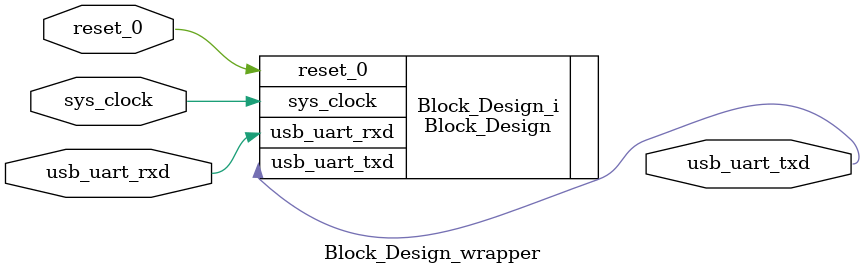
<source format=v>
`timescale 1 ps / 1 ps

module Block_Design_wrapper
   (reset_0,
    sys_clock,
    usb_uart_rxd,
    usb_uart_txd);
  input reset_0;
  input sys_clock;
  input usb_uart_rxd;
  output usb_uart_txd;

  wire reset_0;
  wire sys_clock;
  wire usb_uart_rxd;
  wire usb_uart_txd;

  Block_Design Block_Design_i
       (.reset_0(reset_0),
        .sys_clock(sys_clock),
        .usb_uart_rxd(usb_uart_rxd),
        .usb_uart_txd(usb_uart_txd));
endmodule

</source>
